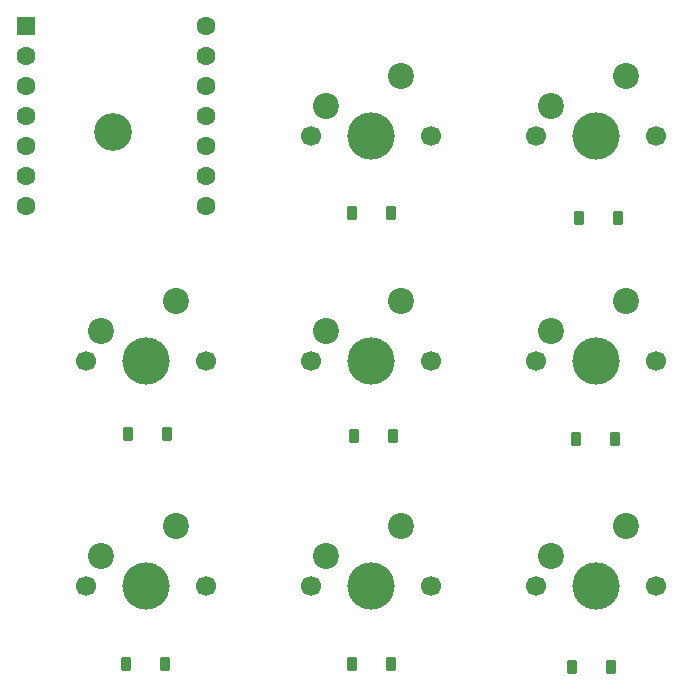
<source format=gbr>
%TF.GenerationSoftware,KiCad,Pcbnew,7.0.3*%
%TF.CreationDate,2023-06-20T13:58:59-06:00*%
%TF.ProjectId,macropad,6d616372-6f70-4616-942e-6b696361645f,rev?*%
%TF.SameCoordinates,Original*%
%TF.FileFunction,Soldermask,Bot*%
%TF.FilePolarity,Negative*%
%FSLAX46Y46*%
G04 Gerber Fmt 4.6, Leading zero omitted, Abs format (unit mm)*
G04 Created by KiCad (PCBNEW 7.0.3) date 2023-06-20 13:58:59*
%MOMM*%
%LPD*%
G01*
G04 APERTURE LIST*
G04 Aperture macros list*
%AMRoundRect*
0 Rectangle with rounded corners*
0 $1 Rounding radius*
0 $2 $3 $4 $5 $6 $7 $8 $9 X,Y pos of 4 corners*
0 Add a 4 corners polygon primitive as box body*
4,1,4,$2,$3,$4,$5,$6,$7,$8,$9,$2,$3,0*
0 Add four circle primitives for the rounded corners*
1,1,$1+$1,$2,$3*
1,1,$1+$1,$4,$5*
1,1,$1+$1,$6,$7*
1,1,$1+$1,$8,$9*
0 Add four rect primitives between the rounded corners*
20,1,$1+$1,$2,$3,$4,$5,0*
20,1,$1+$1,$4,$5,$6,$7,0*
20,1,$1+$1,$6,$7,$8,$9,0*
20,1,$1+$1,$8,$9,$2,$3,0*%
G04 Aperture macros list end*
%ADD10RoundRect,0.225000X-0.225000X-0.375000X0.225000X-0.375000X0.225000X0.375000X-0.225000X0.375000X0*%
%ADD11C,4.000000*%
%ADD12C,1.700000*%
%ADD13C,2.200000*%
%ADD14C,3.200000*%
%ADD15R,1.600000X1.600000*%
%ADD16C,1.600000*%
G04 APERTURE END LIST*
D10*
%TO.C,D2*%
X143986000Y-118050000D03*
X147286000Y-118050000D03*
%TD*%
%TO.C,D3*%
X162598000Y-118352000D03*
X165898000Y-118352000D03*
%TD*%
%TO.C,D1*%
X124844000Y-118086000D03*
X128144000Y-118086000D03*
%TD*%
%TO.C,D5*%
X144091000Y-98746000D03*
X147391000Y-98746000D03*
%TD*%
%TO.C,D6*%
X162909000Y-98969000D03*
X166209000Y-98969000D03*
%TD*%
%TO.C,D8*%
X163198000Y-80331000D03*
X166498000Y-80331000D03*
%TD*%
%TO.C,D4*%
X125006000Y-98619000D03*
X128306000Y-98619000D03*
%TD*%
%TO.C,D7*%
X143986000Y-79871000D03*
X147286000Y-79871000D03*
%TD*%
D11*
%TO.C,SW4*%
X126543000Y-92380000D03*
D12*
X131623000Y-92380000D03*
X121463000Y-92380000D03*
D13*
X129083000Y-87300000D03*
X122733000Y-89840000D03*
%TD*%
D14*
%TO.C, *%
X123693000Y-72980000D03*
%TD*%
D12*
%TO.C,SW1*%
X131623000Y-111430000D03*
D11*
X126543000Y-111430000D03*
D12*
X121463000Y-111430000D03*
D13*
X129083000Y-106350000D03*
X122733000Y-108890000D03*
%TD*%
D12*
%TO.C,SW3*%
X169723000Y-111430000D03*
D11*
X164643000Y-111430000D03*
D12*
X159563000Y-111430000D03*
D13*
X167183000Y-106350000D03*
X160833000Y-108890000D03*
%TD*%
D12*
%TO.C,SW7*%
X150673000Y-73330000D03*
X140513000Y-73330000D03*
D11*
X145593000Y-73330000D03*
D13*
X148133000Y-68250000D03*
X141783000Y-70790000D03*
%TD*%
D11*
%TO.C,SW5*%
X145593000Y-92380000D03*
D12*
X150673000Y-92380000D03*
X140513000Y-92380000D03*
D13*
X148133000Y-87300000D03*
X141783000Y-89840000D03*
%TD*%
D15*
%TO.C,U1*%
X116321000Y-64038000D03*
D16*
X116321000Y-66578000D03*
X116321000Y-69118000D03*
X116321000Y-71658000D03*
X116321000Y-74198000D03*
X116321000Y-76738000D03*
X116321000Y-79278000D03*
X131561000Y-79278000D03*
X131561000Y-76738000D03*
X131561000Y-74198000D03*
X131561000Y-71658000D03*
X131561000Y-69118000D03*
X131561000Y-66578000D03*
X131561000Y-64038000D03*
%TD*%
D12*
%TO.C,SW6*%
X159563000Y-92380000D03*
D11*
X164643000Y-92380000D03*
D12*
X169723000Y-92380000D03*
D13*
X167183000Y-87300000D03*
X160833000Y-89840000D03*
%TD*%
D12*
%TO.C,SW8*%
X159563000Y-73330000D03*
D11*
X164643000Y-73330000D03*
D12*
X169723000Y-73330000D03*
D13*
X167183000Y-68250000D03*
X160833000Y-70790000D03*
%TD*%
D11*
%TO.C,SW2*%
X145593000Y-111430000D03*
D12*
X140513000Y-111430000D03*
X150673000Y-111430000D03*
D13*
X148133000Y-106350000D03*
X141783000Y-108890000D03*
%TD*%
M02*

</source>
